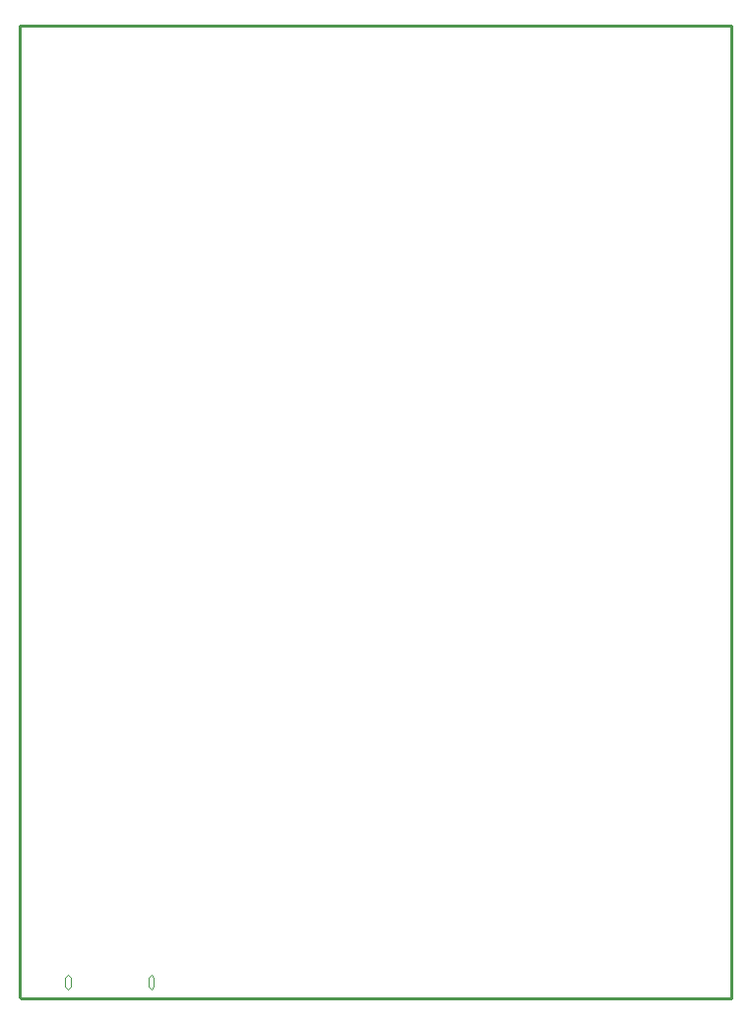
<source format=gm1>
G04*
G04 #@! TF.GenerationSoftware,Altium Limited,Altium Designer,23.4.1 (23)*
G04*
G04 Layer_Color=16711935*
%FSLAX25Y25*%
%MOIN*%
G70*
G04*
G04 #@! TF.SameCoordinates,3121AE9F-DB6A-48AE-AC32-4FE8ED9D71C7*
G04*
G04*
G04 #@! TF.FilePolarity,Positive*
G04*
G01*
G75*
%ADD12C,0.00000*%
%ADD13C,0.01000*%
D12*
X16484Y8421D02*
X15598Y7535D01*
X17370D02*
X16484Y8421D01*
Y3500D02*
X17370Y4386D01*
X15598D02*
X16484Y3500D01*
X44634Y8421D02*
X43748Y7535D01*
X45520D02*
X44634Y8421D01*
Y3500D02*
X45520Y4386D01*
X43748D02*
X44634Y3500D01*
X17370Y4386D02*
Y7535D01*
X15598Y4386D02*
Y7535D01*
X45520Y4386D02*
Y7535D01*
X43748Y4386D02*
Y7535D01*
D13*
X0Y1000D02*
Y329500D01*
Y1000D02*
X500Y500D01*
X241000D01*
Y329500D01*
X0D02*
X241000D01*
M02*

</source>
